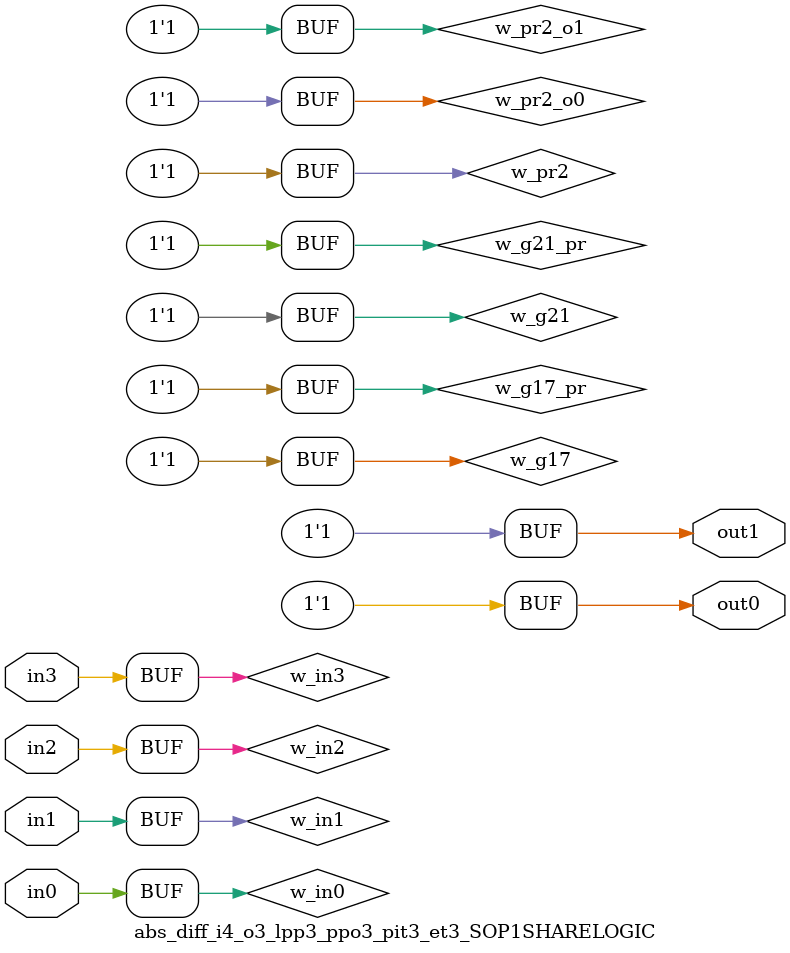
<source format=v>
module abs_diff_i4_o3_lpp3_ppo3_pit3_et3_SOP1SHARELOGIC (in0, in1, in2, in3, out0, out1);
// declaring inputs
input in0,  in1,  in2,  in3;
// declaring outputs
output out0,  out1;
// JSON model input
wire w_in3, w_in2, w_in1, w_in0;
// JSON model output
wire w_g17, w_g21;
//json model
wire w_g17_pr, w_g21_pr, w_pr0_o0, w_pr1_o0, w_pr2_o0, w_pr0_o1, w_pr1_o1, w_pr2_o1, w_pr0, w_pr1, w_pr2;
// JSON model input assign
assign w_in3 = in3;
assign w_in2 = in2;
assign w_in1 = in1;
assign w_in0 = in0;

//json model assigns (approximated Shared/XPAT part)
//assign literals to products
assign w_pr0 = w_in1 & w_in2 & w_in3;
assign w_pr1 = ~w_in2 & ~w_in3;
assign w_pr2 = 1;
//if a product has literals and if the product is being "activated" for that output
assign w_pr0_o0 = w_pr0 & 1;
assign w_pr1_o0 = w_pr1 & 1;
assign w_pr2_o0 = w_pr2 & 1;
assign w_pr0_o1 = w_pr0 & 0;
assign w_pr1_o1 = w_pr1 & 0;
assign w_pr2_o1 = w_pr2 & 1;
//compose an output with corresponding products (OR)
assign w_g17 = w_pr0_o0 | w_pr1_o0 | w_pr2_o0;
assign w_g21 = w_pr0_o1 | w_pr1_o1 | w_pr2_o1;
//if an output has products and if it is part of the JSON model
assign w_g17_pr = w_g17 & 1;
assign w_g21_pr = w_g21 & 1;
// output assigns
assign out0 = w_g17_pr;
assign out1 = w_g21_pr;
endmodule
</source>
